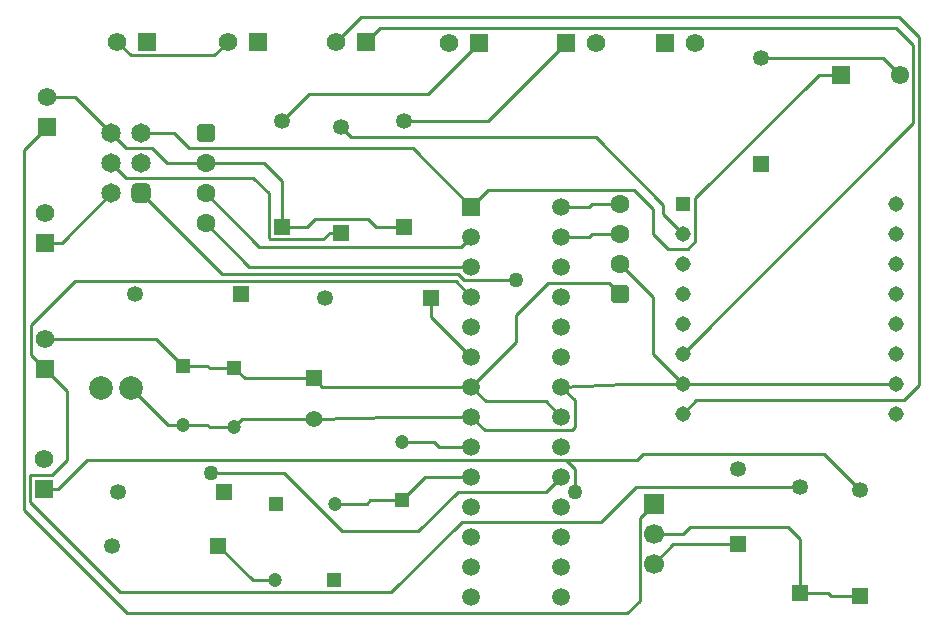
<source format=gbr>
G04*
G04 #@! TF.GenerationSoftware,Altium Limited,Altium Designer,24.10.1 (45)*
G04*
G04 Layer_Physical_Order=2*
G04 Layer_Color=16711680*
%FSLAX25Y25*%
%MOIN*%
G70*
G04*
G04 #@! TF.SameCoordinates,82B40839-DE60-4B9F-80D9-4B01C0AB2508*
G04*
G04*
G04 #@! TF.FilePolarity,Positive*
G04*
G01*
G75*
%ADD16C,0.01000*%
%ADD23C,0.04724*%
%ADD24R,0.04724X0.04724*%
%ADD25C,0.07874*%
%ADD26R,0.04724X0.04724*%
%ADD30C,0.06181*%
%ADD31R,0.06181X0.06181*%
%ADD32C,0.06102*%
%ADD33R,0.06102X0.06102*%
%ADD34R,0.06181X0.06181*%
%ADD44R,0.05315X0.05315*%
%ADD45C,0.05315*%
%ADD46R,0.05512X0.05512*%
%ADD47C,0.05512*%
%ADD48C,0.06693*%
%ADD49R,0.06693X0.06693*%
%ADD50R,0.05315X0.05315*%
%ADD51C,0.05150*%
%ADD52R,0.05150X0.05150*%
%ADD53C,0.06299*%
G04:AMPARAMS|DCode=54|XSize=62.99mil|YSize=62.99mil|CornerRadius=15.75mil|HoleSize=0mil|Usage=FLASHONLY|Rotation=270.000|XOffset=0mil|YOffset=0mil|HoleType=Round|Shape=RoundedRectangle|*
%AMROUNDEDRECTD54*
21,1,0.06299,0.03150,0,0,270.0*
21,1,0.03150,0.06299,0,0,270.0*
1,1,0.03150,-0.01575,-0.01575*
1,1,0.03150,-0.01575,0.01575*
1,1,0.03150,0.01575,0.01575*
1,1,0.03150,0.01575,-0.01575*
%
%ADD54ROUNDEDRECTD54*%
G04:AMPARAMS|DCode=55|XSize=64.96mil|YSize=64.96mil|CornerRadius=16.24mil|HoleSize=0mil|Usage=FLASHONLY|Rotation=90.000|XOffset=0mil|YOffset=0mil|HoleType=Round|Shape=RoundedRectangle|*
%AMROUNDEDRECTD55*
21,1,0.06496,0.03248,0,0,90.0*
21,1,0.03248,0.06496,0,0,90.0*
1,1,0.03248,0.01624,0.01624*
1,1,0.03248,0.01624,-0.01624*
1,1,0.03248,-0.01624,-0.01624*
1,1,0.03248,-0.01624,0.01624*
%
%ADD55ROUNDEDRECTD55*%
%ADD56C,0.06496*%
%ADD57C,0.05906*%
%ADD58R,0.05906X0.05906*%
%ADD59C,0.05000*%
D16*
X187000Y62500D02*
X210600D01*
X27300D02*
X187000D01*
X252000Y196717D02*
X292626D01*
X298343Y191000D01*
X206800Y88000D02*
X226000D01*
X185500Y87000D02*
X206800Y88000D01*
X130190Y77000D02*
X155500D01*
X103000Y76110D02*
X130190Y77000D01*
X78953Y76110D02*
X103000D01*
X76500Y73657D02*
X78953Y76110D01*
X82717Y22500D02*
X90157D01*
X71217Y34000D02*
X82717Y22500D01*
X140213Y57000D02*
X155500D01*
X132500Y49287D02*
X140213Y57000D01*
X222902Y34402D02*
X244500D01*
X216500Y28000D02*
X222902Y34402D01*
X211600Y43100D02*
X216500Y48000D01*
X211600Y15500D02*
Y43100D01*
X207500Y11400D02*
X211600Y15500D01*
X40800Y11400D02*
X207500D01*
X6409Y45791D02*
X40800Y11400D01*
X6409Y45791D02*
Y165909D01*
X14000Y173500D01*
X13500Y93000D02*
X20900Y85600D01*
Y62700D02*
Y85600D01*
X15800Y57600D02*
X20900Y62700D01*
X8409Y57600D02*
X15800D01*
X8409Y48400D02*
Y57600D01*
Y48400D02*
X38309Y18500D01*
X128900D01*
X152400Y42000D01*
X198700D01*
X210417Y53717D01*
X265000D01*
X150300Y122200D02*
X155500Y117000D01*
X23500Y122200D02*
X150300D01*
X8900Y107600D02*
X23500Y122200D01*
X8900Y97600D02*
Y107600D01*
Y97600D02*
X13500Y93000D01*
X153200Y122500D02*
X170500D01*
X151100Y124600D02*
X153200Y122500D01*
X72400Y124600D02*
X151100D01*
X45500Y151500D02*
X72400Y124600D01*
X271300Y191000D02*
X278657D01*
X230100Y149800D02*
X271300Y191000D01*
X230100Y135500D02*
Y149800D01*
X227600Y133000D02*
X230100Y135500D01*
X221000Y133000D02*
X227600D01*
X216200Y137800D02*
X221000Y133000D01*
X216200Y137800D02*
Y146100D01*
X209600Y152700D02*
X216200Y146100D01*
X161200Y152700D02*
X209600D01*
X155500Y147000D02*
X161200Y152700D01*
X105890Y87000D02*
X155500D01*
X103000Y89890D02*
X105890Y87000D01*
X79953Y89890D02*
X103000D01*
X76500Y93343D02*
X79953Y89890D01*
X13500Y103000D02*
X50343D01*
X59500Y93843D01*
X226000Y98000D02*
X302900Y174900D01*
Y200800D01*
X297000Y206700D02*
X302900Y200800D01*
X125200Y206700D02*
X297000D01*
X120500Y202000D02*
X125200Y206700D01*
X110500Y202000D02*
X118800Y210300D01*
X298100D01*
X304900Y203500D01*
Y87500D02*
Y203500D01*
X299900Y82500D02*
X304900Y87500D01*
X230500Y82500D02*
X299900D01*
X226000Y78000D02*
X230500Y82500D01*
X68600Y58200D02*
X93000D01*
X112300Y38900D01*
X137900D01*
X151000Y52000D01*
X180500D01*
X185500Y57000D01*
X201500Y121500D02*
X205000Y118000D01*
X181000Y121500D02*
X201500D01*
X170500Y111000D02*
X181000Y121500D01*
X170500Y102000D02*
Y111000D01*
X155500Y87000D02*
X170500Y102000D01*
X273017Y64700D02*
X285000Y52717D01*
X212800Y64700D02*
X273017D01*
X210600Y62500D02*
X212800Y64700D01*
X17800Y53000D02*
X27300Y62500D01*
X13000Y53000D02*
X17800D01*
X187000Y62500D02*
X190000Y59500D01*
Y52000D02*
Y59500D01*
X81500Y127000D02*
X155500D01*
X67000Y141500D02*
X81500Y127000D01*
X205000Y128000D02*
X216100Y116900D01*
Y97900D02*
Y116900D01*
Y97900D02*
X226000Y88000D01*
X142217Y110283D02*
Y116500D01*
Y110283D02*
X155500Y97000D01*
Y87000D02*
X160269Y82231D01*
X180269D01*
X185500Y77000D01*
Y87000D02*
X190000Y82500D01*
Y73500D02*
Y82500D01*
X189000Y72500D02*
X190000Y73500D01*
X160000Y72500D02*
X189000D01*
X155500Y77000D02*
X160000Y72500D01*
X67000Y161500D02*
X86500D01*
X92500Y155500D01*
Y140283D02*
Y155500D01*
X13500Y135000D02*
X19000D01*
X35500Y151500D01*
X54343Y74157D02*
X59500D01*
X42000Y86500D02*
X54343Y74157D01*
X14000Y183500D02*
X23500D01*
X35500Y171500D01*
X133000Y175717D02*
X161217D01*
X187000Y201500D01*
X265000Y18283D02*
Y36300D01*
X261000Y40300D02*
X265000Y36300D01*
X228500Y40300D02*
X261000D01*
X226200Y38000D02*
X228500Y40300D01*
X216500Y38000D02*
X226200D01*
X92500Y175717D02*
X101483Y184700D01*
X141200D01*
X158000Y201500D01*
X112000Y173717D02*
X115517Y170200D01*
X196996D01*
X219487Y147709D01*
Y144513D02*
Y147709D01*
Y144513D02*
X226000Y138000D01*
X136000Y166500D02*
X155500Y147000D01*
X61400Y166500D02*
X136000D01*
X56400Y171500D02*
X61400Y166500D01*
X45500Y171500D02*
X56400D01*
X54000Y161500D02*
X67000D01*
X49000Y166500D02*
X54000Y161500D01*
X40500Y166500D02*
X49000D01*
X35500Y171500D02*
X40500Y166500D01*
X108383Y138283D02*
X112000D01*
X106200Y136100D02*
X108383Y138283D01*
X88400Y136100D02*
X106200D01*
X88100Y136400D02*
X88400Y136100D01*
X88100Y136400D02*
Y151500D01*
X82900Y156700D02*
X88100Y151500D01*
X40300Y156700D02*
X82900D01*
X35500Y161500D02*
X40300Y156700D01*
X67000Y151500D02*
X84900Y133600D01*
X152100D01*
X155500Y137000D01*
X37500Y202000D02*
X42100Y197400D01*
X69900D01*
X74500Y202000D01*
X275500Y17283D02*
X285000D01*
X274500Y18283D02*
X275500Y17283D01*
X265000Y18283D02*
X274500D01*
X226000Y88000D02*
X297000D01*
X123717Y140283D02*
X133000D01*
X121100Y142900D02*
X123717Y140283D01*
X103517Y142900D02*
X121100D01*
X100900Y140283D02*
X103517Y142900D01*
X92500Y140283D02*
X100900D01*
X68200Y73657D02*
X76500D01*
X67700Y74157D02*
X68200Y73657D01*
X59500Y74157D02*
X67700D01*
X121887Y49287D02*
X132500D01*
X120600Y48000D02*
X121887Y49287D01*
X110185Y48000D02*
X120600D01*
X144700Y67000D02*
X155500D01*
X143200Y68500D02*
X144700Y67000D01*
X132500Y68500D02*
X143200D01*
X195700Y138000D02*
X205000D01*
X194700Y137000D02*
X195700Y138000D01*
X185500Y137000D02*
X194700D01*
X195700Y148000D02*
X205000D01*
X194700Y147000D02*
X195700Y148000D01*
X185500Y147000D02*
X194700D01*
X68200Y93343D02*
X76500D01*
X67700Y93843D02*
X68200Y93343D01*
X59500Y93843D02*
X67700D01*
D23*
X132500Y68500D02*
D03*
X76500Y73657D02*
D03*
X59500Y74157D02*
D03*
X110185Y48000D02*
D03*
X90157Y22500D02*
D03*
D24*
X132500Y49287D02*
D03*
X76500Y93343D02*
D03*
X59500Y93843D02*
D03*
D25*
X32000Y86500D02*
D03*
X42000D02*
D03*
D26*
X90500Y48000D02*
D03*
X109843Y22500D02*
D03*
D30*
X14000Y183500D02*
D03*
X13500Y145000D02*
D03*
Y103000D02*
D03*
X13000Y63000D02*
D03*
X74500Y202000D02*
D03*
X37500D02*
D03*
X148000Y201500D02*
D03*
X230000D02*
D03*
X197000D02*
D03*
X110500Y202000D02*
D03*
D31*
X14000Y173500D02*
D03*
X13500Y135000D02*
D03*
Y93000D02*
D03*
X13000Y53000D02*
D03*
D32*
X298343Y191000D02*
D03*
D33*
X278657D02*
D03*
D34*
X84500Y202000D02*
D03*
X47500D02*
D03*
X158000Y201500D02*
D03*
X220000D02*
D03*
X187000D02*
D03*
X120500Y202000D02*
D03*
D44*
X71217Y34000D02*
D03*
X78717Y118000D02*
D03*
X142217Y116500D02*
D03*
X73217Y52000D02*
D03*
D45*
X35783Y34000D02*
D03*
X43283Y118000D02*
D03*
X244500Y59598D02*
D03*
X265000Y53717D02*
D03*
X285000Y52717D02*
D03*
X252000Y196717D02*
D03*
X106783Y116500D02*
D03*
X112000Y173717D02*
D03*
X37783Y52000D02*
D03*
X133000Y175717D02*
D03*
X92500D02*
D03*
D46*
X103000Y89890D02*
D03*
D47*
Y76110D02*
D03*
D48*
X216500Y28000D02*
D03*
Y38000D02*
D03*
D49*
Y48000D02*
D03*
D50*
X244500Y34402D02*
D03*
X265000Y18283D02*
D03*
X285000Y17283D02*
D03*
X252000Y161283D02*
D03*
X112000Y138283D02*
D03*
X133000Y140283D02*
D03*
X92500D02*
D03*
D51*
X226000Y118000D02*
D03*
Y108000D02*
D03*
X297000Y118000D02*
D03*
Y108000D02*
D03*
X226000Y98000D02*
D03*
Y128000D02*
D03*
X297000D02*
D03*
Y98000D02*
D03*
X226000Y138000D02*
D03*
X297000D02*
D03*
X226000Y88000D02*
D03*
X297000D02*
D03*
Y148000D02*
D03*
X226000Y78000D02*
D03*
X297000D02*
D03*
D52*
X226000Y148000D02*
D03*
D53*
X67000Y161500D02*
D03*
Y151500D02*
D03*
Y141500D02*
D03*
X205000Y128000D02*
D03*
Y138000D02*
D03*
Y148000D02*
D03*
D54*
X67000Y171500D02*
D03*
X205000Y118000D02*
D03*
D55*
X45500Y151500D02*
D03*
D56*
X35500D02*
D03*
X45500Y161500D02*
D03*
Y171500D02*
D03*
X35500Y161500D02*
D03*
Y171500D02*
D03*
D57*
X185500Y17000D02*
D03*
Y27000D02*
D03*
Y37000D02*
D03*
Y47000D02*
D03*
Y57000D02*
D03*
Y67000D02*
D03*
Y77000D02*
D03*
Y87000D02*
D03*
Y97000D02*
D03*
Y107000D02*
D03*
Y117000D02*
D03*
Y127000D02*
D03*
Y137000D02*
D03*
Y147000D02*
D03*
X155500Y17000D02*
D03*
Y27000D02*
D03*
Y37000D02*
D03*
Y47000D02*
D03*
Y57000D02*
D03*
Y67000D02*
D03*
Y77000D02*
D03*
Y87000D02*
D03*
Y97000D02*
D03*
Y107000D02*
D03*
Y117000D02*
D03*
Y127000D02*
D03*
Y137000D02*
D03*
D58*
Y147000D02*
D03*
D59*
X170500Y122500D02*
D03*
X68600Y58200D02*
D03*
X190000Y52000D02*
D03*
M02*

</source>
